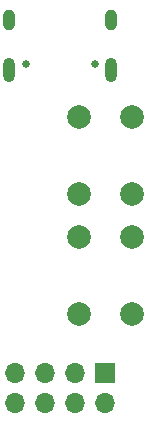
<source format=gbr>
%TF.GenerationSoftware,KiCad,Pcbnew,7.0.9*%
%TF.CreationDate,2024-05-14T19:27:59+09:00*%
%TF.ProjectId,06_WRITER,30365f57-5249-4544-9552-2e6b69636164,rev?*%
%TF.SameCoordinates,Original*%
%TF.FileFunction,Soldermask,Bot*%
%TF.FilePolarity,Negative*%
%FSLAX46Y46*%
G04 Gerber Fmt 4.6, Leading zero omitted, Abs format (unit mm)*
G04 Created by KiCad (PCBNEW 7.0.9) date 2024-05-14 19:27:59*
%MOMM*%
%LPD*%
G01*
G04 APERTURE LIST*
%ADD10R,1.700000X1.700000*%
%ADD11O,1.700000X1.700000*%
%ADD12C,0.650000*%
%ADD13O,1.000000X2.100000*%
%ADD14O,1.000000X1.800000*%
%ADD15C,2.000000*%
G04 APERTURE END LIST*
D10*
%TO.C,J2*%
X175260000Y-97155000D03*
D11*
X175260000Y-99695000D03*
X172720000Y-97155000D03*
X172720000Y-99695000D03*
X170180000Y-97155000D03*
X170180000Y-99695000D03*
X167640000Y-97155000D03*
X167640000Y-99695000D03*
%TD*%
D12*
%TO.C,J1*%
X174340000Y-70990000D03*
X168560000Y-70990000D03*
D13*
X175770000Y-71490000D03*
D14*
X175770000Y-67310000D03*
D13*
X167130000Y-71490000D03*
D14*
X167130000Y-67310000D03*
%TD*%
D15*
%TO.C,SW2*%
X173010000Y-81990000D03*
X173010000Y-75490000D03*
X177510000Y-81990000D03*
X177510000Y-75490000D03*
%TD*%
%TO.C,SW1*%
X173030000Y-92150000D03*
X173030000Y-85650000D03*
X177530000Y-92150000D03*
X177530000Y-85650000D03*
%TD*%
M02*

</source>
